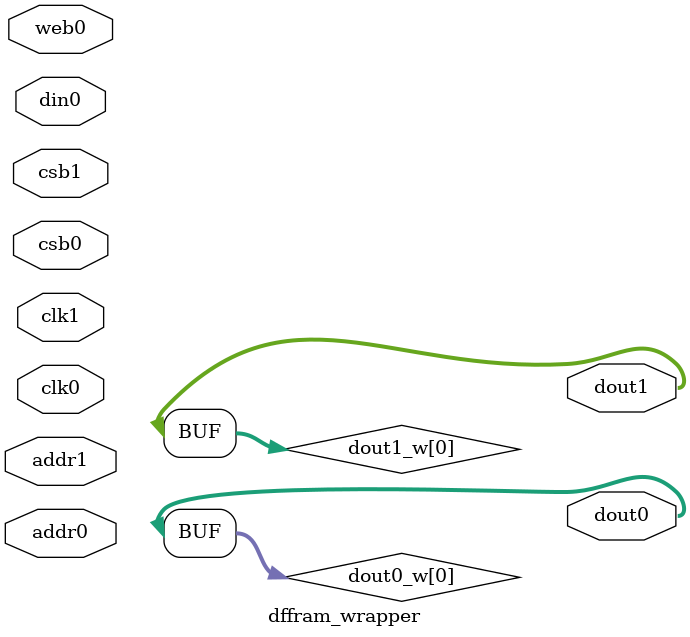
<source format=v>


`default_nettype wire
module dffram_wrapper
#(
  parameter DATA_WIDTH = 32,
  parameter ADDR_WIDTH = 8,
  parameter RAM_DEPTH = 128,               
  parameter NUM_WMASKS = 4
 
)(
//   input CLK,
//   input [( (DATA_WIDTH + 8 - 1) / 8) - 1 : 0]WE,
//   input EN,
//   input [ADDR_WIDTH - 1 : 0] A,
//   input [DATA_WIDTH - 1 : 0] Di,
//   output [DATA_WIDTH - 1 : 0] Do
  
  
  input  clk0, // clock
  input   csb0, // active low chip select
  input  web0, // active low write control
  input [ADDR_WIDTH-1:0]  addr0,
  input [DATA_WIDTH-1:0]  din0,
  output [DATA_WIDTH-1:0] dout0,
  input  clk1, // clock
  input   csb1, // active low chip select
  input [ADDR_WIDTH-1:0]  addr1,
  output [DATA_WIDTH-1:0] dout1,
);
  
  
  
  reg [ADDR_WIDTH-1:0]  addr0_r;
  reg [ADDR_WIDTH-1:0]  addr1_r;
  always @ (posedge clk1) begin
    addr0_r <= addr0;
    addr1_r <= addr1;
  end

  wire [DATA_WIDTH-1:0] dout0_w [RAM_DEPTH/256-1:0];
  wire [DATA_WIDTH-1:0] dout1_w [RAM_DEPTH/256-1:0];
  genvar i, j;
  generate 
    for (i=0; i<RAM_DEPTH/256; i=i+1) begin : loop_depth_gen
      for (j=0; j<DATA_WIDTH/32; j=j+1) begin : loop_width_gen
        if (ADDR_WIDTH == 8) begin
          DFFRAM_RTL_256 dffram (
          .CLK(clk0),
            .WE({!web0,!web0,!web0,!web0}), //Wen and Mask Equivelent to SRAM
            .EN0(!csb0),// CS equivlaent to SRAM. Note: Convert from active low to active high
            .EN1(!csb1),
            .Di(din0[j*32+:32]), //DIN
          .Do0(dout0_w[i][j*32+:32]),
          .Do1(dout1_w[i][j*32+:32]),
          .A0(addr0[7:0]),
          .A1(addr1[7:0])
        );
        end
        
        else begin
          
          DFFRAM_RTL_256 dffram (
          .CLK(clk0),
            .WE({!web0,!web0,!web0,!web0}), // Wen and Mask Equivelent to SRAM
            .EN0(addr0[ADDR_WIDTH-1:8] == i ? !csb0 : 1'b0 ),// CS equivlaent to SRAM. Note: Convert from active low to active high
            .EN1(addr1[ADDR_WIDTH-1:8] == i ? !csb1 : 1'b0 ),
          .Di(din0[j*32+:32]), //DIN
          .Do0(dout0_w[i][j*32+:32]),
          .Do1(dout1_w[i][j*32+:32]),
          .A0(addr0[7:0]),
          .A1(addr1[7:0])
        );
          
        end
  
    
      end
    end
    
    if (ADDR_WIDTH == 8)
      assign dout0 = dout0_w[0];
    else 
      assign dout0 = dout0_w[addr0_r[ADDR_WIDTH-1:8]];

    if (ADDR_WIDTH == 8)
      assign dout1 = dout1_w[0];
    else 
      assign dout1 = dout1_w[addr1_r[ADDR_WIDTH-1:8]];
  endgenerate
  
  
endmodule

</source>
